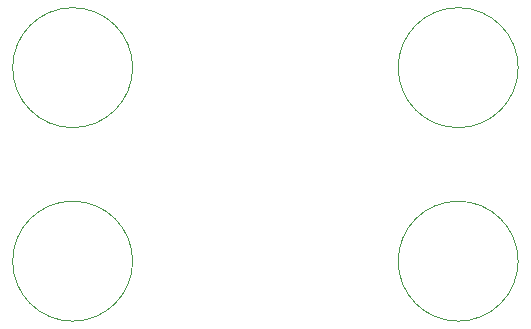
<source format=gbr>
%TF.GenerationSoftware,Altium Limited,Altium Designer,22.2.1 (43)*%
G04 Layer_Color=16711935*
%FSLAX44Y44*%
%MOMM*%
%TF.SameCoordinates,040CE2E0-B857-4D47-B26F-9B72162B56B4*%
%TF.FilePolarity,Positive*%
%TF.FileFunction,Keep-out,Top*%
%TF.Part,Single*%
G01*
G75*
%TA.AperFunction,NonConductor*%
%ADD183C,0.0000*%
D183*
X899160Y588010D02*
G03*
X899160Y588010I-50800J0D01*
G01*
D02*
G03*
X899160Y588010I-50800J0D01*
G01*
Y424180D02*
G03*
X899160Y424180I-50800J0D01*
G01*
D02*
G03*
X899160Y424180I-50800J0D01*
G01*
X572770Y588010D02*
G03*
X572770Y588010I-50800J0D01*
G01*
D02*
G03*
X572770Y588010I-50800J0D01*
G01*
Y424180D02*
G03*
X572770Y424180I-50800J0D01*
G01*
D02*
G03*
X572770Y424180I-50800J0D01*
G01*
%TF.MD5,65cb020e2fa3bf4611d255ca78d9aa88*%
M02*

</source>
